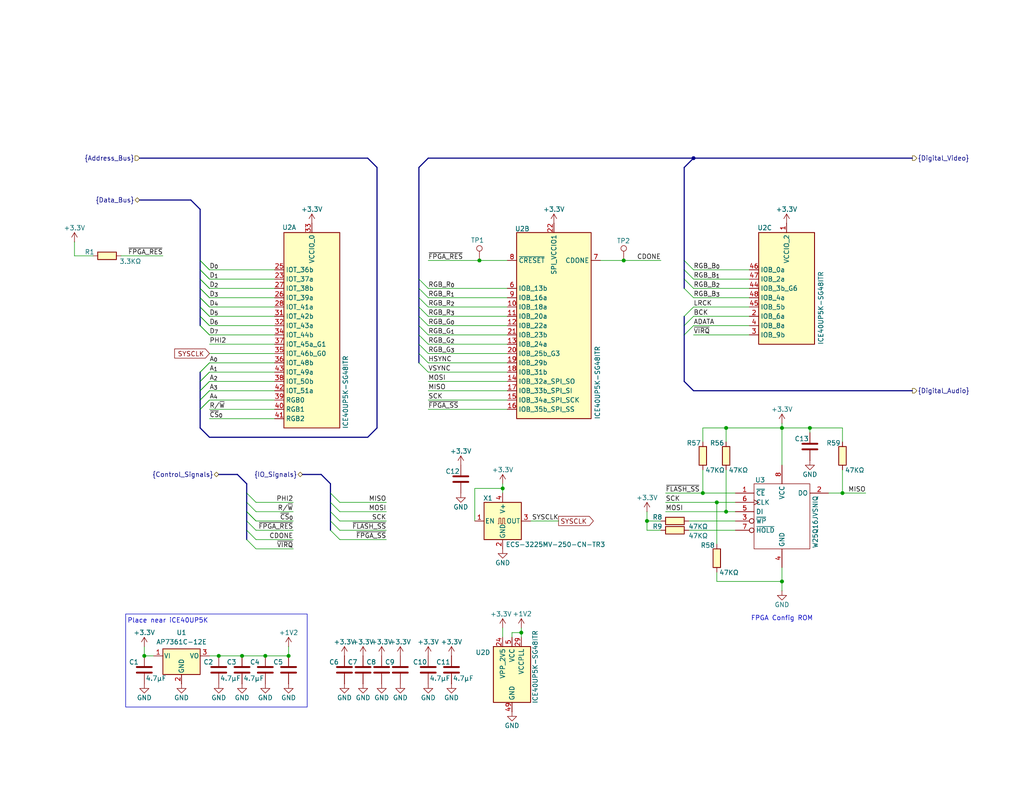
<source format=kicad_sch>
(kicad_sch (version 20231120) (generator "eeschema") (generator_version "8.0")
  (paper "USLetter")
  (lib_symbols
    (symbol "Connector:TestPoint" (pin_numbers hide) (pin_names (offset 0.762) hide)
      (property "Reference" "TP" (at 0 6.858 0))
      (property "Value" "TestPoint" (at 0 5.08 0))
      (symbol "TestPoint_0_1"
        (circle (center 0 3.302) (radius 0.762))
      )
      (symbol "TestPoint_1_1"
        (pin passive line (at 0 0 90) (length 2.54) (name "1") (number "1"))
      )
    )
    (symbol "Device:C" (pin_numbers hide) (pin_names (offset 0.254))
      (property "Reference" "C" (at 0.635 2.54 0))
      (property "Value" "C" (at 0.635 -2.54 0))
      (symbol "C_0_1"
        (polyline (pts (xy -2.032 -0.762) (xy 2.032 -0.762)) (stroke (width 0.508)))
        (polyline (pts (xy -2.032 0.762) (xy 2.032 0.762)) (stroke (width 0.508)))
      )
      (symbol "C_1_1"
        (pin passive line (at 0 3.81 270) (length 2.794) (name "~") (number "1"))
        (pin passive line (at 0 -3.81 90) (length 2.794) (name "~") (number "2"))
      )
    )
    (symbol "Device:R" (pin_numbers hide) (pin_names (offset 0))
      (property "Reference" "R" (at 2.032 0 90))
      (property "Value" "R" (at 0 0 90))
      (symbol "R_1_1"
        (rectangle (start -1.016 2.54) (end 1.016 -2.54) (stroke (width 0.254)) (fill (type background)))
        (pin passive line (at 0 3.81 270) (length 1.27) (name "~") (number "1"))
        (pin passive line (at 0 -3.81 90) (length 1.27) (name "~") (number "2"))
      )
    )
    (symbol "FPGA_Lattice:ICE40UP5K-SG48ITR"
      (property "Reference" "U" (at -8.89 -29.21 0))
      (property "Value" "ICE40UP5K-SG48ITR" (at 0 -31.75 0))
      (symbol "ICE40UP5K-SG48ITR_1_1"
        (rectangle (start -7.62 25.4) (end 7.62 -27.94) (stroke (width 0.254)) (fill (type background)))
        (pin bidirectional line (at -10.16 12.7 0) (length 2.54) (name "IOT_37a") (number "23"))
        (pin bidirectional line (at -10.16 15.24 0) (length 2.54) (name "IOT_36b") (number "25"))
        (pin bidirectional line (at -10.16 7.62 0) (length 2.54) (name "IOT_39a") (number "26"))
        (pin bidirectional line (at -10.16 10.16 0) (length 2.54) (name "IOT_38b") (number "27"))
        (pin bidirectional line (at -10.16 5.08 0) (length 2.54) (name "IOT_41a") (number "28"))
        (pin bidirectional line (at -10.16 2.54 0) (length 2.54) (name "IOT_42b") (number "31"))
        (pin bidirectional line (at -10.16 0 0) (length 2.54) (name "IOT_43a") (number "32"))
        (pin power_in line (at 0 27.94 270) (length 2.54) (name "VCCIO_0") (number "33"))
        (pin bidirectional line (at -10.16 -2.54 0) (length 2.54) (name "IOT_44b") (number "34"))
        (pin bidirectional line (at -10.16 -7.62 0) (length 2.54) (name "IOT_46b_G0") (number "35"))
        (pin bidirectional line (at -10.16 -10.16 0) (length 2.54) (name "IOT_48b") (number "36"))
        (pin bidirectional line (at -10.16 -5.08 0) (length 2.54) (name "IOT_45a_G1") (number "37"))
        (pin bidirectional line (at -10.16 -15.24 0) (length 2.54) (name "IOT_50b") (number "38"))
        (pin open_collector line (at -10.16 -20.32 0) (length 2.54) (name "RGB0") (number "39"))
        (pin open_collector line (at -10.16 -22.86 0) (length 2.54) (name "RGB1") (number "40"))
        (pin open_collector line (at -10.16 -25.4 0) (length 2.54) (name "RGB2") (number "41"))
        (pin bidirectional line (at -10.16 -17.78 0) (length 2.54) (name "IOT_51a") (number "42"))
        (pin bidirectional line (at -10.16 -12.7 0) (length 2.54) (name "IOT_49a") (number "43"))
      )
      (symbol "ICE40UP5K-SG48ITR_2_1"
        (rectangle (start -10.16 25.4) (end 10.16 -25.4) (stroke (width 0.254)) (fill (type background)))
        (pin bidirectional line (at -12.7 5.08 0) (length 2.54) (name "IOB_18a") (number "10"))
        (pin bidirectional line (at -12.7 2.54 0) (length 2.54) (name "IOB_20a") (number "11"))
        (pin bidirectional line (at -12.7 0 0) (length 2.54) (name "IOB_22a") (number "12"))
        (pin bidirectional line (at -12.7 -5.08 0) (length 2.54) (name "IOB_24a") (number "13"))
        (pin bidirectional line (at -12.7 -15.24 0) (length 2.54) (name "IOB_32a_SPI_SO") (number "14"))
        (pin bidirectional line (at -12.7 -20.32 0) (length 2.54) (name "IOB_34a_SPI_SCK") (number "15"))
        (pin bidirectional line (at -12.7 -22.86 0) (length 2.54) (name "IOB_35b_SPI_SS") (number "16"))
        (pin bidirectional line (at -12.7 -17.78 0) (length 2.54) (name "IOB_33b_SPI_SI") (number "17"))
        (pin bidirectional line (at -12.7 -12.7 0) (length 2.54) (name "IOB_31b") (number "18"))
        (pin bidirectional line (at -12.7 -10.16 0) (length 2.54) (name "IOB_29b") (number "19"))
        (pin bidirectional line (at -12.7 -7.62 0) (length 2.54) (name "IOB_25b_G3") (number "20"))
        (pin bidirectional line (at -12.7 -2.54 0) (length 2.54) (name "IOB_23b") (number "21"))
        (pin power_in line (at 0 27.94 270) (length 2.54) (name "SPI_VCCIO1") (number "22"))
        (pin bidirectional line (at -12.7 10.16 0) (length 2.54) (name "IOB_13b") (number "6"))
        (pin open_collector line (at 12.7 17.78 180) (length 2.54) (name "CDONE") (number "7"))
        (pin input line (at -12.7 17.78 0) (length 2.54) (name "~{CRESET}") (number "8"))
        (pin bidirectional line (at -12.7 7.62 0) (length 2.54) (name "IOB_16a") (number "9"))
      )
      (symbol "ICE40UP5K-SG48ITR_3_1"
        (rectangle (start -7.62 15.24) (end 7.62 -15.24) (stroke (width 0.254)) (fill (type background)))
        (pin power_in line (at 0 17.78 270) (length 2.54) (name "VCCIO_2") (number "1"))
        (pin bidirectional line (at -10.16 -7.62 0) (length 2.54) (name "IOB_6a") (number "2"))
        (pin bidirectional line (at -10.16 -12.7 0) (length 2.54) (name "IOB_9b") (number "3"))
        (pin bidirectional line (at -10.16 -10.16 0) (length 2.54) (name "IOB_8a") (number "4"))
        (pin bidirectional line (at -10.16 0 0) (length 2.54) (name "IOB_3b_G6") (number "44"))
        (pin bidirectional line (at -10.16 -5.08 0) (length 2.54) (name "IOB_5b") (number "45"))
        (pin bidirectional line (at -10.16 5.08 0) (length 2.54) (name "IOB_0a") (number "46"))
        (pin bidirectional line (at -10.16 2.54 0) (length 2.54) (name "IOB_2a") (number "47"))
        (pin bidirectional line (at -10.16 -2.54 0) (length 2.54) (name "IOB_4a") (number "48"))
      )
      (symbol "ICE40UP5K-SG48ITR_4_1"
        (rectangle (start -5.08 7.62) (end 5.08 -7.62) (stroke (width 0.254)) (fill (type background)))
        (pin power_in line (at -2.54 10.16 270) (length 2.54) (name "VPP_2V5") (number "24"))
        (pin power_out line (at 2.54 10.16 270) (length 2.54) (name "VCCPLL") (number "29"))
        (pin passive line (at 0 10.16 270) (length 2.54) hide (name "VCC") (number "30"))
        (pin power_in line (at 0 -10.16 90) (length 2.54) (name "GND") (number "49"))
        (pin power_in line (at 0 10.16 270) (length 2.54) (name "VCC") (number "5"))
      )
    )
    (symbol "Oscillator:XO32" (pin_names (offset 0.254))
      (property "Reference" "X" (at -5.08 6.35 0))
      (property "Value" "XO32" (at 1.27 -6.35 0))
      (symbol "XO32_0_1"
        (rectangle (start -5.08 5.08) (end 5.08 -5.08) (stroke (width 0.254)) (fill (type background)))
        (polyline (pts (xy -1.27 -0.762) (xy -1.016 -0.762) (xy -1.016 0.762) (xy -0.508 0.762) (xy -0.508 -0.762) (xy 0 -0.762) (xy 0 0.762) (xy 0.508 0.762) (xy 0.508 -0.762) (xy 0.762 -0.762)))
      )
      (symbol "XO32_1_1"
        (pin input line (at -7.62 0 0) (length 2.54) (name "EN") (number "1"))
        (pin power_in line (at 0 -7.62 90) (length 2.54) (name "GND") (number "2"))
        (pin output line (at 7.62 0 180) (length 2.54) (name "OUT") (number "3"))
        (pin power_in line (at 0 7.62 270) (length 2.54) (name "V+") (number "4"))
      )
    )
    (symbol "Regulator_Linear:AP7361C-12E" (pin_names (offset 0.254))
      (property "Reference" "U" (at -3.81 3.175 0))
      (property "Value" "AP7361C-12E" (at 0 3.175 0))
      (symbol "AP7361C-12E_0_1"
        (rectangle (start -5.08 -5.08) (end 5.08 1.905) (stroke (width 0.254)) (fill (type background)))
      )
      (symbol "AP7361C-12E_1_1"
        (pin power_in line (at -7.62 0 0) (length 2.54) (name "VI") (number "1"))
        (pin power_in line (at 0 -7.62 90) (length 2.54) (name "GND") (number "2"))
        (pin power_out line (at 7.62 0 180) (length 2.54) (name "VO") (number "3"))
      )
    )
    (symbol "Sentinel 65X - Prototype 4 V2:W25Q16JVSNIQ"
      (property "Reference" "U" (at 0.5606 0.7885 0))
      (property "Value" "W25Q16JVSNIQ" (at 15.1738 -19.0255 0))
      (symbol "W25Q16JVSNIQ_0_1"
        (rectangle (start 0 0) (end 15.24 -17.78))
      )
      (symbol "W25Q16JVSNIQ_1_1"
        (pin input line (at -5.08 -2.54 0) (length 5.08) (name "~{CE}") (number "1"))
        (pin output line (at 20.32 -2.54 180) (length 5.08) (name "DO") (number "2"))
        (pin input inverted (at -5.08 -10.16 0) (length 5.08) (name "~{WP}") (number "3"))
        (pin power_in line (at 7.62 -22.86 90) (length 5.08) (name "GND") (number "4"))
        (pin input line (at -5.08 -7.62 0) (length 5.08) (name "DI") (number "5"))
        (pin input clock (at -5.08 -5.08 0) (length 5.08) (name "CLK") (number "6"))
        (pin input inverted (at -5.08 -12.7 0) (length 5.08) (name "~{HOLD}") (number "7"))
        (pin power_in line (at 7.62 5.08 270) (length 5.08) (name "VCC") (number "8"))
        (pin no_connect line (at -5.08 -15.24 0) (length 5.08) hide (name "NC") (number "9"))
      )
    )
    (symbol "power:+1V2" (power) (pin_numbers hide) (pin_names (offset 0) hide)
      (property "Value" "+1V2" (at 0 3.556 0))
      (symbol "+1V2_0_1"
        (polyline (pts (xy -0.762 1.27) (xy 0 2.54)))
        (polyline (pts (xy 0 0) (xy 0 2.54)))
        (polyline (pts (xy 0 2.54) (xy 0.762 1.27)))
      )
      (symbol "+1V2_1_1"
        (pin power_in line (at 0 0 90) (length 0) (name "~") (number "1"))
      )
    )
    (symbol "power:+3.3V" (power) (pin_numbers hide) (pin_names (offset 0) hide)
      (property "Value" "+3.3V" (at 0 3.556 0))
      (symbol "+3.3V_0_1"
        (polyline (pts (xy -0.762 1.27) (xy 0 2.54)))
        (polyline (pts (xy 0 0) (xy 0 2.54)))
        (polyline (pts (xy 0 2.54) (xy 0.762 1.27)))
      )
      (symbol "+3.3V_1_1"
        (pin power_in line (at 0 0 90) (length 0) (name "~") (number "1"))
      )
    )
    (symbol "power:GND" (power) (pin_numbers hide) (pin_names (offset 0) hide)
      (property "Value" "GND" (at 0 -3.81 0))
      (symbol "GND_0_1"
        (polyline (pts (xy 0 0) (xy 0 -1.27) (xy 1.27 -1.27) (xy 0 -2.54) (xy -1.27 -1.27) (xy 0 -1.27)))
      )
      (symbol "GND_1_1"
        (pin power_in line (at 0 0 270) (length 0) (name "~") (number "1"))
      )
    )
  )
  (junction (at 78.74 179.07))
  (junction (at 39.37 179.07))
  (junction (at 66.04 179.07))
  (junction (at 170.18 71.12))
  (junction (at 213.36 116.84))
  (junction (at 198.12 116.84))
  (junction (at 137.16 133.35))
  (junction (at 176.53 142.24))
  (junction (at 59.69 179.07))
  (junction (at 191.77 134.62))
  (junction (at 189.23 43.18))
  (junction (at 72.39 179.07))
  (junction (at 213.36 158.75))
  (junction (at 142.24 172.72))
  (junction (at 198.12 139.7))
  (junction (at 130.81 71.12))
  (junction (at 229.87 134.62))
  (junction (at 195.58 137.16))
  (junction (at 220.98 116.84))
  (bus_entry (at 54.61 71.12) (size 2.54 2.54))
  (bus_entry (at 186.69 88.9) (size 2.54 -2.54))
  (bus_entry (at 54.61 81.28) (size 2.54 2.54))
  (bus_entry (at 114.3 83.82) (size 2.54 2.54))
  (bus_entry (at 186.69 73.66) (size 2.54 2.54))
  (bus_entry (at 54.61 86.36) (size 2.54 2.54))
  (bus_entry (at 67.31 139.7) (size 2.54 2.54))
  (bus_entry (at 54.61 86.36) (size 2.54 2.54))
  (bus_entry (at 54.61 106.68) (size 2.54 -2.54))
  (bus_entry (at 54.61 78.74) (size 2.54 2.54))
  (bus_entry (at 54.61 109.22) (size 2.54 -2.54))
  (bus_entry (at 114.3 99.06) (size 2.54 2.54))
  (bus_entry (at 67.31 134.62) (size 2.54 2.54))
  (bus_entry (at 54.61 111.76) (size 2.54 -2.54))
  (bus_entry (at 114.3 91.44) (size 2.54 2.54))
  (bus_entry (at 54.61 88.9) (size 2.54 2.54))
  (bus_entry (at 114.3 76.2) (size 2.54 2.54))
  (bus_entry (at 54.61 104.14) (size 2.54 -2.54))
  (bus_entry (at 54.61 101.6) (size 2.54 -2.54))
  (bus_entry (at 54.61 76.2) (size 2.54 2.54))
  (bus_entry (at 114.3 88.9) (size 2.54 2.54))
  (bus_entry (at 90.17 142.24) (size 2.54 2.54))
  (bus_entry (at 54.61 104.14) (size 2.54 -2.54))
  (bus_entry (at 54.61 101.6) (size 2.54 -2.54))
  (bus_entry (at 114.3 86.36) (size 2.54 2.54))
  (bus_entry (at 90.17 144.78) (size 2.54 2.54))
  (bus_entry (at 54.61 73.66) (size 2.54 2.54))
  (bus_entry (at 114.3 96.52) (size 2.54 2.54))
  (bus_entry (at 54.61 83.82) (size 2.54 2.54))
  (bus_entry (at 54.61 78.74) (size 2.54 2.54))
  (bus_entry (at 114.3 81.28) (size 2.54 2.54))
  (bus_entry (at 186.69 71.12) (size 2.54 2.54))
  (bus_entry (at 54.61 71.12) (size 2.54 2.54))
  (bus_entry (at 186.69 86.36) (size 2.54 -2.54))
  (bus_entry (at 54.61 109.22) (size 2.54 -2.54))
  (bus_entry (at 67.31 142.24) (size 2.54 2.54))
  (bus_entry (at 67.31 139.7) (size 2.54 2.54))
  (bus_entry (at 54.61 76.2) (size 2.54 2.54))
  (bus_entry (at 54.61 111.76) (size 2.54 -2.54))
  (bus_entry (at 67.31 137.16) (size 2.54 2.54))
  (bus_entry (at 90.17 139.7) (size 2.54 2.54))
  (bus_entry (at 67.31 144.78) (size 2.54 2.54))
  (bus_entry (at 90.17 134.62) (size 2.54 2.54))
  (bus_entry (at 114.3 93.98) (size 2.54 2.54))
  (bus_entry (at 186.69 91.44) (size 2.54 -2.54))
  (bus_entry (at 54.61 73.66) (size 2.54 2.54))
  (bus_entry (at 186.69 78.74) (size 2.54 2.54))
  (bus_entry (at 54.61 81.28) (size 2.54 2.54))
  (bus_entry (at 186.69 76.2) (size 2.54 2.54))
  (bus_entry (at 90.17 137.16) (size 2.54 2.54))
  (bus_entry (at 114.3 78.74) (size 2.54 2.54))
  (bus_entry (at 67.31 147.32) (size 2.54 2.54))
  (bus_entry (at 54.61 106.68) (size 2.54 -2.54))
  (bus_entry (at 54.61 88.9) (size 2.54 2.54))
  (bus_entry (at 54.61 83.82) (size 2.54 2.54))
  (wire (pts (xy 176.53 139.7) (xy 176.53 142.24)))
  (bus (pts (xy 38.1 43.18) (xy 100.33 43.18)))
  (wire (pts (xy 92.71 147.32) (xy 105.41 147.32)))
  (wire (pts (xy 220.98 116.84) (xy 229.87 116.84)))
  (wire (pts (xy 176.53 142.24) (xy 176.53 144.78)))
  (wire (pts (xy 189.23 76.2) (xy 204.47 76.2)))
  (bus (pts (xy 82.55 129.54) (xy 87.63 129.54)))
  (bus (pts (xy 54.61 57.15) (xy 52.07 54.61)))
  (wire (pts (xy 57.15 99.06) (xy 74.93 99.06)))
  (wire (pts (xy 92.71 139.7) (xy 105.41 139.7)))
  (wire (pts (xy 57.15 93.98) (xy 74.93 93.98)))
  (bus (pts (xy 90.17 137.16) (xy 90.17 139.7)))
  (wire (pts (xy 116.84 78.74) (xy 138.43 78.74)))
  (bus (pts (xy 114.3 78.74) (xy 114.3 81.28)))
  (wire (pts (xy 69.85 147.32) (xy 80.01 147.32)))
  (wire (pts (xy 189.23 86.36) (xy 204.47 86.36)))
  (bus (pts (xy 114.3 88.9) (xy 114.3 91.44)))
  (wire (pts (xy 57.15 81.28) (xy 74.93 81.28)))
  (wire (pts (xy 57.15 88.9) (xy 74.93 88.9)))
  (wire (pts (xy 116.84 81.28) (xy 138.43 81.28)))
  (wire (pts (xy 189.23 91.44) (xy 204.47 91.44)))
  (bus (pts (xy 64.77 129.54) (xy 67.31 132.08)))
  (wire (pts (xy 195.58 158.75) (xy 213.36 158.75)))
  (bus (pts (xy 54.61 76.2) (xy 54.61 78.74)))
  (wire (pts (xy 69.85 142.24) (xy 80.01 142.24)))
  (bus (pts (xy 54.61 101.6) (xy 54.61 104.14)))
  (bus (pts (xy 114.3 45.72) (xy 116.84 43.18)))
  (wire (pts (xy 181.61 137.16) (xy 195.58 137.16)))
  (wire (pts (xy 66.04 179.07) (xy 72.39 179.07)))
  (wire (pts (xy 142.24 171.45) (xy 142.24 172.72)))
  (wire (pts (xy 57.15 111.76) (xy 74.93 111.76)))
  (wire (pts (xy 57.15 101.6) (xy 74.93 101.6)))
  (wire (pts (xy 213.36 161.29) (xy 213.36 158.75)))
  (bus (pts (xy 54.61 111.76) (xy 54.61 116.84)))
  (bus (pts (xy 186.69 45.72) (xy 189.23 43.18)))
  (wire (pts (xy 116.84 86.36) (xy 138.43 86.36)))
  (bus (pts (xy 186.69 88.9) (xy 186.69 91.44)))
  (bus (pts (xy 186.69 71.12) (xy 186.69 73.66)))
  (wire (pts (xy 69.85 144.78) (xy 80.01 144.78)))
  (wire (pts (xy 187.96 144.78) (xy 200.66 144.78)))
  (wire (pts (xy 129.54 133.35) (xy 129.54 142.24)))
  (wire (pts (xy 176.53 142.24) (xy 180.34 142.24)))
  (wire (pts (xy 57.15 179.07) (xy 59.69 179.07)))
  (wire (pts (xy 195.58 156.21) (xy 195.58 158.75)))
  (wire (pts (xy 57.15 114.3) (xy 74.93 114.3)))
  (bus (pts (xy 116.84 43.18) (xy 189.23 43.18)))
  (bus (pts (xy 38.1 54.61) (xy 52.07 54.61)))
  (bus (pts (xy 102.87 116.84) (xy 100.33 119.38)))
  (wire (pts (xy 142.24 172.72) (xy 142.24 173.99)))
  (wire (pts (xy 57.15 86.36) (xy 74.93 86.36)))
  (wire (pts (xy 191.77 128.27) (xy 191.77 134.62)))
  (wire (pts (xy 198.12 116.84) (xy 213.36 116.84)))
  (wire (pts (xy 191.77 116.84) (xy 198.12 116.84)))
  (wire (pts (xy 213.36 116.84) (xy 220.98 116.84)))
  (wire (pts (xy 116.84 111.76) (xy 138.43 111.76)))
  (wire (pts (xy 189.23 88.9) (xy 204.47 88.9)))
  (bus (pts (xy 54.61 71.12) (xy 54.61 73.66)))
  (bus (pts (xy 54.61 104.14) (xy 54.61 106.68)))
  (wire (pts (xy 57.15 78.74) (xy 74.93 78.74)))
  (bus (pts (xy 59.69 129.54) (xy 64.77 129.54)))
  (wire (pts (xy 137.16 132.08) (xy 137.16 133.35)))
  (wire (pts (xy 39.37 176.53) (xy 39.37 179.07)))
  (wire (pts (xy 116.84 104.14) (xy 138.43 104.14)))
  (bus (pts (xy 189.23 106.68) (xy 248.92 106.68)))
  (bus (pts (xy 114.3 93.98) (xy 114.3 96.52)))
  (wire (pts (xy 189.23 73.66) (xy 204.47 73.66)))
  (wire (pts (xy 57.15 96.52) (xy 74.93 96.52)))
  (bus (pts (xy 114.3 86.36) (xy 114.3 88.9)))
  (bus (pts (xy 102.87 45.72) (xy 102.87 116.84)))
  (bus (pts (xy 87.63 129.54) (xy 90.17 132.08)))
  (bus (pts (xy 186.69 104.14) (xy 189.23 106.68)))
  (wire (pts (xy 69.85 139.7) (xy 80.01 139.7)))
  (wire (pts (xy 44.45 69.85) (xy 33.02 69.85)))
  (wire (pts (xy 229.87 134.62) (xy 226.06 134.62)))
  (bus (pts (xy 90.17 142.24) (xy 90.17 144.78)))
  (wire (pts (xy 57.15 73.66) (xy 74.93 73.66)))
  (wire (pts (xy 170.18 71.12) (xy 163.83 71.12)))
  (bus (pts (xy 54.61 73.66) (xy 54.61 76.2)))
  (wire (pts (xy 116.84 106.68) (xy 138.43 106.68)))
  (wire (pts (xy 189.23 81.28) (xy 204.47 81.28)))
  (wire (pts (xy 72.39 179.07) (xy 78.74 179.07)))
  (wire (pts (xy 116.84 71.12) (xy 130.81 71.12)))
  (wire (pts (xy 180.34 71.12) (xy 170.18 71.12)))
  (wire (pts (xy 198.12 116.84) (xy 198.12 120.65)))
  (wire (pts (xy 57.15 91.44) (xy 74.93 91.44)))
  (wire (pts (xy 116.84 109.22) (xy 138.43 109.22)))
  (bus (pts (xy 114.3 83.82) (xy 114.3 86.36)))
  (wire (pts (xy 69.85 149.86) (xy 80.01 149.86)))
  (wire (pts (xy 198.12 128.27) (xy 198.12 139.7)))
  (bus (pts (xy 67.31 134.62) (xy 67.31 137.16)))
  (wire (pts (xy 129.54 133.35) (xy 137.16 133.35)))
  (bus (pts (xy 54.61 57.15) (xy 54.61 71.12)))
  (bus (pts (xy 114.3 91.44) (xy 114.3 93.98)))
  (wire (pts (xy 213.36 116.84) (xy 213.36 127)))
  (bus (pts (xy 54.61 81.28) (xy 54.61 83.82)))
  (wire (pts (xy 116.84 91.44) (xy 138.43 91.44)))
  (wire (pts (xy 236.22 134.62) (xy 229.87 134.62)))
  (wire (pts (xy 116.84 93.98) (xy 138.43 93.98)))
  (wire (pts (xy 195.58 137.16) (xy 200.66 137.16)))
  (bus (pts (xy 186.69 76.2) (xy 186.69 78.74)))
  (wire (pts (xy 139.7 172.72) (xy 142.24 172.72)))
  (bus (pts (xy 114.3 76.2) (xy 114.3 78.74)))
  (bus (pts (xy 54.61 78.74) (xy 54.61 81.28)))
  (bus (pts (xy 67.31 139.7) (xy 67.31 142.24)))
  (wire (pts (xy 213.36 158.75) (xy 213.36 154.94)))
  (wire (pts (xy 181.61 139.7) (xy 198.12 139.7)))
  (wire (pts (xy 189.23 83.82) (xy 204.47 83.82)))
  (wire (pts (xy 78.74 176.53) (xy 78.74 179.07)))
  (bus (pts (xy 189.23 43.18) (xy 248.92 43.18)))
  (bus (pts (xy 57.15 119.38) (xy 54.61 116.84)))
  (wire (pts (xy 191.77 116.84) (xy 191.77 120.65)))
  (wire (pts (xy 220.98 116.84) (xy 220.98 118.11)))
  (bus (pts (xy 54.61 83.82) (xy 54.61 86.36)))
  (bus (pts (xy 186.69 45.72) (xy 186.69 71.12)))
  (bus (pts (xy 54.61 86.36) (xy 54.61 88.9)))
  (wire (pts (xy 176.53 144.78) (xy 180.34 144.78)))
  (bus (pts (xy 54.61 106.68) (xy 54.61 109.22)))
  (wire (pts (xy 229.87 128.27) (xy 229.87 134.62)))
  (bus (pts (xy 114.3 45.72) (xy 114.3 76.2)))
  (bus (pts (xy 90.17 134.62) (xy 90.17 137.16)))
  (bus (pts (xy 54.61 109.22) (xy 54.61 111.76)))
  (bus (pts (xy 90.17 139.7) (xy 90.17 142.24)))
  (wire (pts (xy 116.84 88.9) (xy 138.43 88.9)))
  (bus (pts (xy 186.69 73.66) (xy 186.69 76.2)))
  (bus (pts (xy 186.69 86.36) (xy 186.69 88.9)))
  (wire (pts (xy 20.32 69.85) (xy 25.4 69.85)))
  (wire (pts (xy 92.71 144.78) (xy 105.41 144.78)))
  (wire (pts (xy 57.15 106.68) (xy 74.93 106.68)))
  (bus (pts (xy 102.87 45.72) (xy 100.33 43.18)))
  (wire (pts (xy 191.77 134.62) (xy 200.66 134.62)))
  (bus (pts (xy 114.3 96.52) (xy 114.3 99.06)))
  (wire (pts (xy 92.71 142.24) (xy 105.41 142.24)))
  (wire (pts (xy 20.32 66.04) (xy 20.32 69.85)))
  (wire (pts (xy 137.16 171.45) (xy 137.16 173.99)))
  (wire (pts (xy 57.15 83.82) (xy 74.93 83.82)))
  (wire (pts (xy 116.84 83.82) (xy 138.43 83.82)))
  (bus (pts (xy 67.31 132.08) (xy 67.31 134.62)))
  (bus (pts (xy 186.69 91.44) (xy 186.69 104.14)))
  (bus (pts (xy 67.31 144.78) (xy 67.31 147.32)))
  (bus (pts (xy 114.3 81.28) (xy 114.3 83.82)))
  (wire (pts (xy 195.58 137.16) (xy 195.58 148.59)))
  (wire (pts (xy 229.87 116.84) (xy 229.87 120.65)))
  (wire (pts (xy 213.36 115.57) (xy 213.36 116.84)))
  (wire (pts (xy 116.84 101.6) (xy 138.43 101.6)))
  (bus (pts (xy 57.15 119.38) (xy 100.33 119.38)))
  (wire (pts (xy 39.37 179.07) (xy 41.91 179.07)))
  (wire (pts (xy 92.71 137.16) (xy 105.41 137.16)))
  (wire (pts (xy 130.81 71.12) (xy 138.43 71.12)))
  (wire (pts (xy 198.12 139.7) (xy 200.66 139.7)))
  (wire (pts (xy 57.15 104.14) (xy 74.93 104.14)))
  (wire (pts (xy 181.61 134.62) (xy 191.77 134.62)))
  (wire (pts (xy 116.84 99.06) (xy 138.43 99.06)))
  (wire (pts (xy 187.96 142.24) (xy 200.66 142.24)))
  (wire (pts (xy 69.85 137.16) (xy 80.01 137.16)))
  (bus (pts (xy 90.17 132.08) (xy 90.17 134.62)))
  (wire (pts (xy 139.7 172.72) (xy 139.7 173.99)))
  (wire (pts (xy 116.84 96.52) (xy 138.43 96.52)))
  (wire (pts (xy 189.23 78.74) (xy 204.47 78.74)))
  (wire (pts (xy 57.15 76.2) (xy 74.93 76.2)))
  (wire (pts (xy 57.15 109.22) (xy 74.93 109.22)))
  (bus (pts (xy 67.31 142.24) (xy 67.31 144.78)))
  (bus (pts (xy 67.31 137.16) (xy 67.31 139.7)))
  (wire (pts (xy 137.16 133.35) (xy 137.16 134.62)))
  (wire (pts (xy 152.4 142.24) (xy 144.78 142.24)))
  (wire (pts (xy 59.69 179.07) (xy 66.04 179.07)))
  (rectangle (start 34.29 167.64) (end 83.82 193.04))
  (text "FPGA Config ROM" (at 213.36 168.91 0) (effects (font (size 1.27 1.27))))
  (text "Place near iCE40UP5K" (at 45.8 169.557 0) (effects (font (size 1.27 1.27))))
  (label "RGB_B_{0}" (at 189.23 73.66 0))
  (label "MOSI" (at 181.61 139.7 0))
  (label "RGB_B_{1}" (at 189.23 76.2 0))
  (label "SCK" (at 116.84 109.22 0))
  (label "RGB_B_{2}" (at 189.23 78.74 0))
  (label "RGB_G_{1}" (at 116.84 91.44 0))
  (label "~{FLASH_SS}" (at 181.61 134.62 0))
  (label "~{CS}_{0}" (at 80.01 142.24 180))
  (label "A_{2}" (at 57.15 104.14 0))
  (label "D_{1}" (at 57.15 76.2 0))
  (label "RGB_R_{3}" (at 116.84 86.36 0))
  (label "D_{3}" (at 57.15 81.28 0))
  (label "R{slash}~{W}" (at 80.01 139.7 180))
  (label "~{FPGA_RES}" (at 116.84 71.12 0))
  (label "D_{6}" (at 57.15 88.9 0))
  (label "BCK" (at 189.23 86.36 0))
  (label "A_{1}" (at 57.15 101.6 0))
  (label "~{VIRQ}" (at 189.23 91.44 0))
  (label "SCK" (at 105.41 142.24 180))
  (label "A_{4}" (at 57.15 109.22 0))
  (label "SYSCLK" (at 152.4 142.24 180))
  (label "SCK" (at 181.61 137.16 0))
  (label "D_{4}" (at 57.15 83.82 0))
  (label "MOSI" (at 116.84 104.14 0))
  (label "~{FPGA_RES}" (at 80.01 144.78 180))
  (label "RGB_G_{2}" (at 116.84 93.98 0))
  (label "RGB_G_{0}" (at 116.84 88.9 0))
  (label "RGB_G_{3}" (at 116.84 96.52 0))
  (label "MOSI" (at 105.41 139.7 180))
  (label "~{FLASH_SS}" (at 105.41 144.78 180))
  (label "D_{0}" (at 57.15 73.66 0))
  (label "MISO" (at 236.22 134.62 180))
  (label "~{FPGA_SS}" (at 105.41 147.32 180))
  (label "PHI2" (at 80.01 137.16 180))
  (label "A_{0}" (at 57.15 99.06 0))
  (label "A_{3}" (at 57.15 106.68 0))
  (label "CDONE" (at 80.01 147.32 180))
  (label "ADATA" (at 189.23 88.9 0))
  (label "~{FPGA_SS}" (at 116.84 111.76 0))
  (label "PHI2" (at 57.15 93.98 0))
  (label "RGB_R_{2}" (at 116.84 83.82 0))
  (label "D_{2}" (at 57.15 78.74 0))
  (label "~{FPGA_RES}" (at 44.45 69.85 180))
  (label "RGB_B_{3}" (at 189.23 81.28 0))
  (label "VSYNC" (at 116.84 101.6 0))
  (label "D_{7}" (at 57.15 91.44 0))
  (label "RGB_R_{1}" (at 116.84 81.28 0))
  (label "RGB_R_{0}" (at 116.84 78.74 0))
  (label "HSYNC" (at 116.84 99.06 0))
  (label "LRCK" (at 189.23 83.82 0))
  (label "MISO" (at 105.41 137.16 180))
  (label "CDONE" (at 180.34 71.12 180))
  (label "D_{5}" (at 57.15 86.36 0))
  (label "~{VIRQ}" (at 80.01 149.86 180))
  (label "R{slash}~{W}" (at 57.15 111.76 0))
  (label "MISO" (at 116.84 106.68 0))
  (label "~{CS}_{0}" (at 57.15 114.3 0))
  (global_label "SYSCLK" (shape input) (at 57.15 96.52 180) (property "Intersheetrefs" "${INTERSHEET_REFS}" (effects (hide yes))))
  (global_label "SYSCLK" (shape output) (at 152.4 142.24 0) (property "Intersheetrefs" "${INTERSHEET_REFS}" (effects (hide yes))))
  (hierarchical_label "{Control_Signals}" (shape bidirectional) (at 59.69 129.54 180))
  (hierarchical_label "{Digital_Video}" (shape output) (at 248.92 43.18 0))
  (hierarchical_label "{IO_Signals}" (shape bidirectional) (at 82.55 129.54 180))
  (hierarchical_label "{Data_Bus}" (shape tri_state) (at 38.1 54.61 180))
  (hierarchical_label "{Digital_Audio}" (shape output) (at 248.92 106.68 0))
  (hierarchical_label "{Address_Bus}" (shape input) (at 38.1 43.18 180))
  (symbol (lib_id "power:GND") (at 78.74 186.69 0) (unit 1)
    (property "Reference" "#PWR010" (effects (hide yes)))
    (property "Value" "GND" (at 78.74 190.5 0))
    (property "Description" "Power symbol creates a global label with name \"GND\" , ground" (effects (hide yes)))
  )
  (symbol (lib_id "power:GND") (at 116.84 186.69 0) (unit 1)
    (property "Reference" "#PWR021" (effects (hide yes)))
    (property "Value" "GND" (at 116.84 190.5 0))
    (property "Description" "Power symbol creates a global label with name \"GND\" , ground" (effects (hide yes)))
  )
  (symbol (lib_id "Device:R") (at 191.77 124.46 0) (unit 1)
    (property "Reference" "R57" (at 189.3045 120.9509 0))
    (property "Value" "47KΩ" (at 195.1076 128.398 0))
    (property "Footprint" "Resistor_SMD:R_0402_1005Metric" (effects (hide yes)))
    (property "Description" "Resistor" (effects (hide yes)))
  )
  (symbol (lib_id "power:GND") (at 39.37 186.69 0) (unit 1)
    (property "Reference" "#PWR04" (effects (hide yes)))
    (property "Value" "GND" (at 39.37 190.5 0))
    (property "Description" "Power symbol creates a global label with name \"GND\" , ground" (effects (hide yes)))
  )
  (symbol (lib_id "FPGA_Lattice:ICE40UP5K-SG48ITR") (at 85.09 88.9 0) (unit 1)
    (property "Reference" "U2" (at 76.9959 62.0964 0) (effects (justify left)))
    (property "Value" "ICE40UP5K-SG48ITR" (at 94.2931 117.0806 90) (effects (justify left)))
    (property "Footprint" "Package_DFN_QFN:QFN-48-1EP_7x7mm_P0.5mm_EP5.6x5.6mm" (effects (hide yes)))
    (property "Datasheet" "http://www.latticesemi.com/Products/FPGAandCPLD/iCE40Ultra" (effects (hide yes)))
    (property "Description" "iCE40 UltraPlus FPGA, 5280 LUTs, 1.2V, 48-pin QFN" (effects (hide yes)))
  )
  (symbol (lib_id "FPGA_Lattice:ICE40UP5K-SG48ITR") (at 139.7 184.15 0) (unit 4)
    (property "Reference" "U2" (at 129.7533 178.1224 0) (effects (justify left)))
    (property "Value" "ICE40UP5K-SG48ITR" (at 146.0315 192.0968 90) (effects (justify left)))
    (property "Footprint" "Package_DFN_QFN:QFN-48-1EP_7x7mm_P0.5mm_EP5.6x5.6mm" (effects (hide yes)))
    (property "Datasheet" "http://www.latticesemi.com/Products/FPGAandCPLD/iCE40Ultra" (effects (hide yes)))
    (property "Description" "iCE40 UltraPlus FPGA, 5280 LUTs, 1.2V, 48-pin QFN" (effects (hide yes)))
  )
  (symbol (lib_id "power:+1V2") (at 78.74 176.53 0) (unit 1)
    (property "Reference" "#PWR09" (effects (hide yes)))
    (property "Value" "+1V2" (at 78.74 172.72 0))
    (property "Description" "Power symbol creates a global label with name \"+1V2\"" (effects (hide yes)))
  )
  (symbol (lib_id "Device:C") (at 109.22 182.88 0) (unit 1)
    (property "Reference" "C9" (at 105.024 180.7648 0) (effects (justify left)))
    (property "Value" "CL05A106MQ5NUNC" (effects (hide yes)))
    (property "Footprint" "Capacitor_SMD:C_0402_1005Metric" (effects (hide yes)))
    (property "Description" "Unpolarized capacitor" (effects (hide yes)))
  )
  (symbol (lib_id "power:GND") (at 123.19 186.69 0) (unit 1)
    (property "Reference" "#PWR023" (effects (hide yes)))
    (property "Value" "GND" (at 123.19 190.5 0))
    (property "Description" "Power symbol creates a global label with name \"GND\" , ground" (effects (hide yes)))
  )
  (symbol (lib_id "Device:R") (at 184.15 142.24 90) (unit 1)
    (property "Reference" "R8" (at 179.3944 141.1982 90))
    (property "Value" "47KΩ" (at 190.5131 143.7661 90))
    (property "Footprint" "Resistor_SMD:R_0402_1005Metric" (effects (hide yes)))
    (property "Description" "Resistor" (effects (hide yes)))
  )
  (symbol (lib_id "Connector:TestPoint") (at 170.18 71.12 0) (unit 1)
    (property "Reference" "TP2" (at 168.2687 65.7605 0) (effects (justify left)))
    (property "Value" "TestPoint" (effects (hide yes)))
    (property "Description" "test point" (effects (hide yes)))
  )
  (symbol (lib_id "Device:C") (at 123.19 182.88 0) (unit 1)
    (property "Reference" "C11" (at 118.994 180.7648 0) (effects (justify left)))
    (property "Value" "4.7µF" (at 123.5594 185.2023 0) (effects (justify left)))
    (property "Footprint" "Capacitor_SMD:C_0402_1005Metric" (effects (hide yes)))
    (property "Description" "Unpolarized capacitor" (effects (hide yes)))
  )
  (symbol (lib_id "power:GND") (at 93.98 186.69 0) (unit 1)
    (property "Reference" "#PWR013" (effects (hide yes)))
    (property "Value" "GND" (at 93.98 190.5 0))
    (property "Description" "Power symbol creates a global label with name \"GND\" , ground" (effects (hide yes)))
  )
  (symbol (lib_id "Device:C") (at 125.73 130.81 0) (unit 1)
    (property "Reference" "C12" (at 121.534 128.6948 0) (effects (justify left)))
    (property "Value" "CL05A106MQ5NUNC" (effects (hide yes)))
    (property "Footprint" "Capacitor_SMD:C_0402_1005Metric" (effects (hide yes)))
    (property "Description" "Unpolarized capacitor" (effects (hide yes)))
  )
  (symbol (lib_id "power:+1V2") (at 142.24 171.45 0) (unit 1)
    (property "Reference" "#PWR030" (effects (hide yes)))
    (property "Value" "+1V2" (at 142.49 167.5982 0))
    (property "Description" "Power symbol creates a global label with name \"+1V2\"" (effects (hide yes)))
  )
  (symbol (lib_id "power:+3.3V") (at 93.98 179.07 0) (unit 1)
    (property "Reference" "#PWR012" (effects (hide yes)))
    (property "Value" "+3.3V" (at 93.98 175.26 0))
    (property "Description" "Power symbol creates a global label with name \"+3.3V\"" (effects (hide yes)))
  )
  (symbol (lib_id "power:+3.3V") (at 123.19 179.07 0) (unit 1)
    (property "Reference" "#PWR022" (effects (hide yes)))
    (property "Value" "+3.3V" (at 123.19 175.26 0))
    (property "Description" "Power symbol creates a global label with name \"+3.3V\"" (effects (hide yes)))
  )
  (symbol (lib_id "Device:R") (at 229.87 124.46 0) (unit 1)
    (property "Reference" "R59" (at 227.4045 120.9509 0))
    (property "Value" "47KΩ" (at 233.2076 128.398 0))
    (property "Footprint" "Resistor_SMD:R_0402_1005Metric" (effects (hide yes)))
    (property "Description" "Resistor" (effects (hide yes)))
  )
  (symbol (lib_id "power:+3.3V") (at 116.84 179.07 0) (unit 1)
    (property "Reference" "#PWR020" (effects (hide yes)))
    (property "Value" "+3.3V" (at 116.84 175.26 0))
    (property "Description" "Power symbol creates a global label with name \"+3.3V\"" (effects (hide yes)))
  )
  (symbol (lib_id "power:GND") (at 59.69 186.69 0) (unit 1)
    (property "Reference" "#PWR06" (effects (hide yes)))
    (property "Value" "GND" (at 59.69 190.5 0))
    (property "Description" "Power symbol creates a global label with name \"GND\" , ground" (effects (hide yes)))
  )
  (symbol (lib_id "Device:C") (at 72.39 182.88 0) (unit 1)
    (property "Reference" "C4" (at 68.194 180.7648 0) (effects (justify left)))
    (property "Value" "CL05A106MQ5NUNC" (effects (hide yes)))
    (property "Footprint" "Capacitor_SMD:C_0402_1005Metric" (effects (hide yes)))
    (property "Description" "Unpolarized capacitor" (effects (hide yes)))
  )
  (symbol (lib_id "power:+3.3V") (at 99.06 179.07 0) (unit 1)
    (property "Reference" "#PWR014" (effects (hide yes)))
    (property "Value" "+3.3V" (at 99.06 175.26 0))
    (property "Description" "Power symbol creates a global label with name \"+3.3V\"" (effects (hide yes)))
  )
  (symbol (lib_id "power:GND") (at 99.06 186.69 0) (unit 1)
    (property "Reference" "#PWR015" (effects (hide yes)))
    (property "Value" "GND" (at 99.06 190.5 0))
    (property "Description" "Power symbol creates a global label with name \"GND\" , ground" (effects (hide yes)))
  )
  (symbol (lib_id "power:+3.3V") (at 137.16 171.45 0) (unit 1)
    (property "Reference" "#PWR028" (effects (hide yes)))
    (property "Value" "+3.3V" (at 136.6888 167.6515 0))
    (property "Description" "Power symbol creates a global label with name \"+3.3V\"" (effects (hide yes)))
  )
  (symbol (lib_id "power:+3.3V") (at 109.22 179.07 0) (unit 1)
    (property "Reference" "#PWR018" (effects (hide yes)))
    (property "Value" "+3.3V" (at 109.22 175.26 0))
    (property "Description" "Power symbol creates a global label with name \"+3.3V\"" (effects (hide yes)))
  )
  (symbol (lib_id "power:GND") (at 213.36 161.29 0) (unit 1)
    (property "Reference" "#PWR034" (effects (hide yes)))
    (property "Value" "GND" (at 213.36 165.1 0))
    (property "Description" "Power symbol creates a global label with name \"GND\" , ground" (effects (hide yes)))
  )
  (symbol (lib_id "power:GND") (at 66.04 186.69 0) (unit 1)
    (property "Reference" "#PWR07" (effects (hide yes)))
    (property "Value" "GND" (at 66.04 190.5 0))
    (property "Description" "Power symbol creates a global label with name \"GND\" , ground" (effects (hide yes)))
  )
  (symbol (lib_id "power:+3.3V") (at 214.63 60.96 0) (unit 1)
    (property "Reference" "#PWR035" (effects (hide yes)))
    (property "Value" "+3.3V" (at 214.63 57.15 0))
    (property "Description" "Power symbol creates a global label with name \"+3.3V\"" (effects (hide yes)))
  )
  (symbol (lib_id "power:GND") (at 125.73 134.62 0) (unit 1)
    (property "Reference" "#PWR025" (effects (hide yes)))
    (property "Value" "GND" (at 125.73 138.43 0))
    (property "Description" "Power symbol creates a global label with name \"GND\" , ground" (effects (hide yes)))
  )
  (symbol (lib_id "power:+3.3V") (at 39.37 176.53 0) (unit 1)
    (property "Reference" "#PWR03" (effects (hide yes)))
    (property "Value" "+3.3V" (at 39.37 172.72 0))
    (property "Description" "Power symbol creates a global label with name \"+3.3V\"" (effects (hide yes)))
  )
  (symbol (lib_id "Device:C") (at 220.98 121.92 0) (unit 1)
    (property "Reference" "C13" (at 216.784 119.8048 0) (effects (justify left)))
    (property "Value" "CL05A106MQ5NUNC" (effects (hide yes)))
    (property "Footprint" "Capacitor_SMD:C_0402_1005Metric" (effects (hide yes)))
    (property "Description" "Unpolarized capacitor" (effects (hide yes)))
  )
  (symbol (lib_id "Device:C") (at 104.14 182.88 0) (unit 1)
    (property "Reference" "C8" (at 99.944 180.7648 0) (effects (justify left)))
    (property "Value" "CL05A106MQ5NUNC" (effects (hide yes)))
    (property "Footprint" "Capacitor_SMD:C_0402_1005Metric" (effects (hide yes)))
    (property "Description" "Unpolarized capacitor" (effects (hide yes)))
  )
  (symbol (lib_id "Device:R") (at 184.15 144.78 90) (unit 1)
    (property "Reference" "R9" (at 179.3944 143.7382 90))
    (property "Value" "47KΩ" (at 190.5131 146.3061 90))
    (property "Footprint" "Resistor_SMD:R_0402_1005Metric" (effects (hide yes)))
    (property "Description" "Resistor" (effects (hide yes)))
  )
  (symbol (lib_id "power:+3.3V") (at 104.14 179.07 0) (unit 1)
    (property "Reference" "#PWR016" (effects (hide yes)))
    (property "Value" "+3.3V" (at 104.14 175.26 0))
    (property "Description" "Power symbol creates a global label with name \"+3.3V\"" (effects (hide yes)))
  )
  (symbol (lib_id "Connector:TestPoint") (at 130.81 71.12 0) (unit 1)
    (property "Reference" "TP1" (at 128.4425 65.5941 0) (effects (justify left)))
    (property "Value" "TestPoint" (effects (hide yes)))
    (property "Description" "test point" (effects (hide yes)))
  )
  (symbol (lib_id "Device:R") (at 195.58 152.4 0) (unit 1)
    (property "Reference" "R58" (at 193.1145 148.8909 0))
    (property "Value" "47KΩ" (at 198.9176 156.338 0))
    (property "Footprint" "Resistor_SMD:R_0402_1005Metric" (effects (hide yes)))
    (property "Description" "Resistor" (effects (hide yes)))
  )
  (symbol (lib_id "Regulator_Linear:AP7361C-12E") (at 49.53 179.07 0) (unit 1)
    (property "Reference" "U1" (at 49.53 172.72 0))
    (property "Value" "AP7361C-12E" (at 49.53 175.26 0))
    (property "Footprint" "Package_TO_SOT_SMD:SOT-223-3_TabPin2" (effects (hide yes)))
    (property "Datasheet" "https://www.diodes.com/assets/Datasheets/AP7361C.pdf" (effects (hide yes)))
    (property "Description" "1A Low Dropout regulator, positive, 1.2V fixed output, SOT-223" (effects (hide yes)))
  )
  (symbol (lib_id "power:+3.3V") (at 151.13 60.96 0) (unit 1)
    (property "Reference" "#PWR031" (effects (hide yes)))
    (property "Value" "+3.3V" (at 151.13 57.15 0))
    (property "Description" "Power symbol creates a global label with name \"+3.3V\"" (effects (hide yes)))
  )
  (symbol (lib_id "power:GND") (at 109.22 186.69 0) (unit 1)
    (property "Reference" "#PWR019" (effects (hide yes)))
    (property "Value" "GND" (at 109.22 190.5 0))
    (property "Description" "Power symbol creates a global label with name \"GND\" , ground" (effects (hide yes)))
  )
  (symbol (lib_id "power:+3.3V") (at 20.32 66.04 0) (unit 1)
    (property "Reference" "#PWR01" (effects (hide yes)))
    (property "Value" "+3.3V" (at 20.32 62.23 0))
    (property "Description" "Power symbol creates a global label with name \"+3.3V\"" (effects (hide yes)))
  )
  (symbol (lib_id "power:GND") (at 137.16 149.86 0) (unit 1)
    (property "Reference" "#PWR027" (effects (hide yes)))
    (property "Value" "GND" (at 137.16 153.67 0))
    (property "Description" "Power symbol creates a global label with name \"GND\" , ground" (effects (hide yes)))
  )
  (symbol (lib_id "power:+3.3V") (at 125.73 127 0) (unit 1)
    (property "Reference" "#PWR024" (effects (hide yes)))
    (property "Value" "+3.3V" (at 125.73 123.19 0))
    (property "Description" "Power symbol creates a global label with name \"+3.3V\"" (effects (hide yes)))
  )
  (symbol (lib_id "Device:C") (at 78.74 182.88 0) (unit 1)
    (property "Reference" "C5" (at 74.544 180.7648 0) (effects (justify left)))
    (property "Value" "CL05A106MQ5NUNC" (effects (hide yes)))
    (property "Footprint" "Capacitor_SMD:C_0402_1005Metric" (effects (hide yes)))
    (property "Description" "Unpolarized capacitor" (effects (hide yes)))
  )
  (symbol (lib_id "power:GND") (at 72.39 186.69 0) (unit 1)
    (property "Reference" "#PWR08" (effects (hide yes)))
    (property "Value" "GND" (at 72.39 190.5 0))
    (property "Description" "Power symbol creates a global label with name \"GND\" , ground" (effects (hide yes)))
  )
  (symbol (lib_id "Device:R") (at 29.21 69.85 90) (unit 1)
    (property "Reference" "R1" (at 24.4544 68.8082 90))
    (property "Value" "3.3KΩ" (at 35.5731 71.3761 90))
    (property "Footprint" "Resistor_SMD:R_0402_1005Metric" (effects (hide yes)))
    (property "Description" "Resistor" (effects (hide yes)))
  )
  (symbol (lib_id "Device:R") (at 198.12 124.46 0) (unit 1)
    (property "Reference" "R56" (at 195.6545 120.9509 0))
    (property "Value" "47KΩ" (at 201.4576 128.398 0))
    (property "Footprint" "Resistor_SMD:R_0402_1005Metric" (effects (hide yes)))
    (property "Description" "Resistor" (effects (hide yes)))
  )
  (symbol (lib_id "power:GND") (at 104.14 186.69 0) (unit 1)
    (property "Reference" "#PWR017" (effects (hide yes)))
    (property "Value" "GND" (at 104.14 190.5 0))
    (property "Description" "Power symbol creates a global label with name \"GND\" , ground" (effects (hide yes)))
  )
  (symbol (lib_id "Device:C") (at 116.84 182.88 0) (unit 1)
    (property "Reference" "C10" (at 112.644 180.7648 0) (effects (justify left)))
    (property "Value" "4.7µF" (at 117.2094 185.2023 0) (effects (justify left)))
    (property "Footprint" "Capacitor_SMD:C_0402_1005Metric" (effects (hide yes)))
    (property "Description" "Unpolarized capacitor" (effects (hide yes)))
  )
  (symbol (lib_id "Device:C") (at 99.06 182.88 0) (unit 1)
    (property "Reference" "C7" (at 94.864 180.7648 0) (effects (justify left)))
    (property "Value" "CL05A106MQ5NUNC" (effects (hide yes)))
    (property "Footprint" "Capacitor_SMD:C_0402_1005Metric" (effects (hide yes)))
    (property "Description" "Unpolarized capacitor" (effects (hide yes)))
  )
  (symbol (lib_id "FPGA_Lattice:ICE40UP5K-SG48ITR") (at 214.63 78.74 0) (unit 3)
    (property "Reference" "U2" (at 206.6426 62.1915 0) (effects (justify left)))
    (property "Value" "ICE40UP5K-SG48ITR" (at 223.965 94.1107 90) (effects (justify left)))
    (property "Footprint" "Package_DFN_QFN:QFN-48-1EP_7x7mm_P0.5mm_EP5.6x5.6mm" (effects (hide yes)))
    (property "Datasheet" "http://www.latticesemi.com/Products/FPGAandCPLD/iCE40Ultra" (effects (hide yes)))
    (property "Description" "iCE40 UltraPlus FPGA, 5280 LUTs, 1.2V, 48-pin QFN" (effects (hide yes)))
  )
  (symbol (lib_id "power:+3.3V") (at 213.36 115.57 0) (unit 1)
    (property "Reference" "#PWR036" (effects (hide yes)))
    (property "Value" "+3.3V" (at 213.36 111.76 0))
    (property "Description" "Power symbol creates a global label with name \"+3.3V\"" (effects (hide yes)))
  )
  (symbol (lib_id "power:+3.3V") (at 137.16 132.08 0) (unit 1)
    (property "Reference" "#PWR026" (effects (hide yes)))
    (property "Value" "+3.3V" (at 137.16 128.27 0))
    (property "Description" "Power symbol creates a global label with name \"+3.3V\"" (effects (hide yes)))
  )
  (symbol (lib_id "power:+3.3V") (at 85.09 60.96 0) (unit 1)
    (property "Reference" "#PWR011" (effects (hide yes)))
    (property "Value" "+3.3V" (at 85.09 57.15 0))
    (property "Description" "Power symbol creates a global label with name \"+3.3V\"" (effects (hide yes)))
  )
  (symbol (lib_id "Oscillator:XO32") (at 137.16 142.24 0) (unit 1)
    (property "Reference" "X1" (at 133.1287 136.0228 0))
    (property "Value" "ECS-3225MV-250-CN-TR3" (at 151.5747 148.6658 0))
    (property "Footprint" "Oscillator:Oscillator_SMD_EuroQuartz_XO32-4Pin_3.2x2.5mm" (effects (hide yes)))
    (property "Datasheet" "http://cdn-reichelt.de/documents/datenblatt/B400/XO32.pdf" (effects (hide yes)))
    (property "Description" "HCMOS Clock Oscillator" (effects (hide yes)))
  )
  (symbol (lib_id "power:GND") (at 49.53 186.69 0) (unit 1)
    (property "Reference" "#PWR05" (effects (hide yes)))
    (property "Value" "GND" (at 49.53 190.5 0))
    (property "Description" "Power symbol creates a global label with name \"GND\" , ground" (effects (hide yes)))
  )
  (symbol (lib_id "Device:C") (at 59.69 182.88 0) (unit 1)
    (property "Reference" "C2" (at 55.494 180.7648 0) (effects (justify left)))
    (property "Value" "4.7µF" (at 60.0594 185.2023 0) (effects (justify left)))
    (property "Footprint" "Capacitor_SMD:C_0402_1005Metric" (effects (hide yes)))
    (property "Description" "Unpolarized capacitor" (effects (hide yes)))
  )
  (symbol (lib_id "power:+3.3V") (at 176.53 139.7 0) (unit 1)
    (property "Reference" "#PWR032" (effects (hide yes)))
    (property "Value" "+3.3V" (at 176.53 135.89 0))
    (property "Description" "Power symbol creates a global label with name \"+3.3V\"" (effects (hide yes)))
  )
  (symbol (lib_id "Device:C") (at 93.98 182.88 0) (unit 1)
    (property "Reference" "C6" (at 89.784 180.7648 0) (effects (justify left)))
    (property "Value" "CL05A106MQ5NUNC" (effects (hide yes)))
    (property "Footprint" "Capacitor_SMD:C_0402_1005Metric" (effects (hide yes)))
    (property "Description" "Unpolarized capacitor" (effects (hide yes)))
  )
  (symbol (lib_id "Device:C") (at 39.37 182.88 0) (unit 1)
    (property "Reference" "C1" (at 35.174 180.7648 0) (effects (justify left)))
    (property "Value" "4.7µF" (at 39.7394 185.2023 0) (effects (justify left)))
    (property "Footprint" "Capacitor_SMD:C_0402_1005Metric" (effects (hide yes)))
    (property "Description" "Unpolarized capacitor" (effects (hide yes)))
  )
  (symbol (lib_id "FPGA_Lattice:ICE40UP5K-SG48ITR") (at 151.13 88.9 0) (unit 2)
    (property "Reference" "U2" (at 142.507 62.4679 0))
    (property "Value" "ICE40UP5K-SG48ITR" (at 163.0319 104.4565 90))
    (property "Footprint" "Package_DFN_QFN:QFN-48-1EP_7x7mm_P0.5mm_EP5.6x5.6mm" (effects (hide yes)))
    (property "Datasheet" "http://www.latticesemi.com/Products/FPGAandCPLD/iCE40Ultra" (effects (hide yes)))
    (property "Description" "iCE40 UltraPlus FPGA, 5280 LUTs, 1.2V, 48-pin QFN" (effects (hide yes)))
  )
  (symbol (lib_id "power:GND") (at 139.7 194.31 0) (unit 1)
    (property "Reference" "#PWR029" (effects (hide yes)))
    (property "Value" "GND" (at 139.7 198.12 0))
    (property "Description" "Power symbol creates a global label with name \"GND\" , ground" (effects (hide yes)))
  )
  (symbol (lib_id "Sentinel 65X - Prototype 4 V2:W25Q16JVSNIQ") (at 205.74 132.08 0) (unit 1)
    (property "Reference" "U3" (at 207.4026 131.0406 0))
    (property "Value" "W25Q16JVSNIQ" (at 222.4653 142.5063 90))
    (property "Footprint" "Package_SO:SOIC-8-1EP_3.9x4.9mm_P1.27mm_EP2.29x3mm" (effects (hide yes)))
    (property "Datasheet" "https://www.mouser.ca/datasheet/2/949/w25q16jv_spi_revg_03222018_plus-1489727.pdf" (effects (hide yes)))
    (property "Description" "3V 16M-BIT SERIAL FLASH MEMORY WITH DUAL/QUAD SPI" (effects (hide yes)))
  )
  (symbol (lib_id "power:GND") (at 220.98 125.73 0) (unit 1)
    (property "Reference" "#PWR037" (effects (hide yes)))
    (property "Value" "GND" (at 220.98 129.54 0))
    (property "Description" "Power symbol creates a global label with name \"GND\" , ground" (effects (hide yes)))
  )
  (symbol (lib_id "Device:C") (at 66.04 182.88 0) (unit 1)
    (property "Reference" "C3" (at 61.844 180.7648 0) (effects (justify left)))
    (property "Value" "4.7µF" (at 66.4094 185.2023 0) (effects (justify left)))
    (property "Footprint" "Capacitor_SMD:C_0402_1005Metric" (effects (hide yes)))
    (property "Description" "Unpolarized capacitor" (effects (hide yes)))
  )
)
</source>
